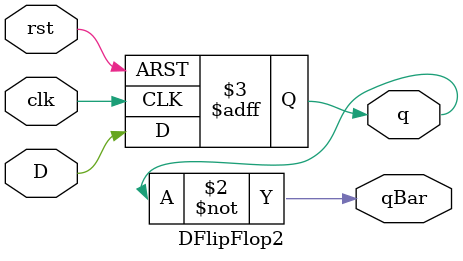
<source format=v>
module DFlipFlop2(q, qBar, D, clk, rst);
	input D, clk, rst;
	output q, qBar;
	reg q;
	not n1 (qBar, q);
	always@ (posedge rst or posedge clk)
		begin
			if(rst)
				q = 1;
			else
				q = D;
		end
endmodule 
</source>
